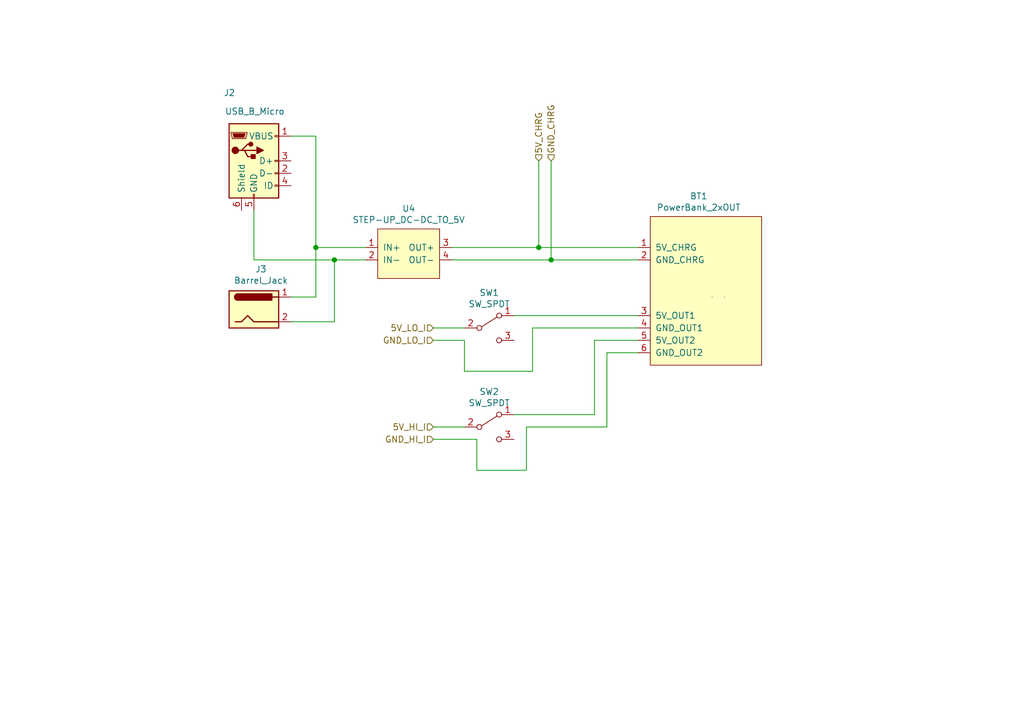
<source format=kicad_sch>
(kicad_sch (version 20211123) (generator eeschema)
  (paper "A5")
  (lib_symbols
    (symbol "Connector:Barrel_Jack" (pin_names (offset 1.016))
      (property "Reference" "J" (at 0 5.334 0))
      (property "Value" "Barrel_Jack" (at 0 -5.08 0))
      (symbol "Barrel_Jack_0_1"
        (rectangle (start -5.08 3.81) (end 5.08 -3.81) (stroke (width 0.254)) (fill (type background)))
        (arc (start -3.302 3.175) (mid -3.937 2.54) (end -3.302 1.905) (stroke (width 0.254)))
        (arc (start -3.302 3.175) (mid -3.937 2.54) (end -3.302 1.905) (stroke (width 0.254)) (fill (type outline)))
        (polyline (pts (xy 5.08 2.54) (xy 3.81 2.54)) (stroke (width 0.254)))
        (polyline (pts (xy -3.81 -2.54) (xy -2.54 -2.54) (xy -1.27 -1.27) (xy 0 -2.54) (xy 2.54 -2.54) (xy 5.08 -2.54)) (stroke (width 0.254)))
        (rectangle (start 3.683 3.175) (end -3.302 1.905) (stroke (width 0.254)) (fill (type outline)))
      )
      (symbol "Barrel_Jack_1_1"
        (pin passive line (at 7.62 2.54 180) (length 2.54) (name "~") (number "1"))
        (pin passive line (at 7.62 -2.54 180) (length 2.54) (name "~") (number "2"))
      )
    )
    (symbol "Connector:USB_B_Micro" (pin_names (offset 1.016))
      (property "Reference" "J" (at -5.08 11.43 0))
      (property "Value" "USB_B_Micro" (at -5.08 8.89 0))
      (symbol "USB_B_Micro_0_1"
        (rectangle (start -5.08 -7.62) (end 5.08 7.62) (stroke (width 0.254)) (fill (type background)))
        (circle (center -3.81 2.159) (radius 0.635) (stroke (width 0.254)) (fill (type outline)))
        (circle (center -0.635 3.429) (radius 0.381) (stroke (width 0.254)) (fill (type outline)))
        (rectangle (start -0.127 -7.62) (end 0.127 -6.858))
        (polyline (pts (xy -1.905 2.159) (xy 0.635 2.159)) (stroke (width 0.254)))
        (polyline (pts (xy -3.175 2.159) (xy -2.54 2.159) (xy -1.27 3.429) (xy -0.635 3.429)) (stroke (width 0.254)))
        (polyline (pts (xy -2.54 2.159) (xy -1.905 2.159) (xy -1.27 0.889) (xy 0 0.889)) (stroke (width 0.254)))
        (polyline (pts (xy 0.635 2.794) (xy 0.635 1.524) (xy 1.905 2.159) (xy 0.635 2.794)) (stroke (width 0.254)) (fill (type outline)))
        (polyline (pts (xy -4.318 5.588) (xy -1.778 5.588) (xy -2.032 4.826) (xy -4.064 4.826) (xy -4.318 5.588)) (fill (type outline)))
        (polyline (pts (xy -4.699 5.842) (xy -4.699 5.588) (xy -4.445 4.826) (xy -4.445 4.572) (xy -1.651 4.572) (xy -1.651 4.826) (xy -1.397 5.588) (xy -1.397 5.842) (xy -4.699 5.842)))
        (rectangle (start 0.254 1.27) (end -0.508 0.508) (stroke (width 0.254)) (fill (type outline)))
        (rectangle (start 5.08 -5.207) (end 4.318 -4.953))
        (rectangle (start 5.08 -2.667) (end 4.318 -2.413))
        (rectangle (start 5.08 -0.127) (end 4.318 0.127))
        (rectangle (start 5.08 4.953) (end 4.318 5.207))
      )
      (symbol "USB_B_Micro_1_1"
        (pin power_out line (at 7.62 5.08 180) (length 2.54) (name "VBUS") (number "1"))
        (pin bidirectional line (at 7.62 -2.54 180) (length 2.54) (name "D-") (number "2"))
        (pin bidirectional line (at 7.62 0 180) (length 2.54) (name "D+") (number "3"))
        (pin passive line (at 7.62 -5.08 180) (length 2.54) (name "ID") (number "4"))
        (pin power_out line (at 0 -10.16 90) (length 2.54) (name "GND") (number "5"))
        (pin passive line (at -2.54 -10.16 90) (length 2.54) (name "Shield") (number "6"))
      )
    )
    (symbol "Switch:SW_SPDT" (pin_names (offset 0) hide)
      (property "Reference" "SW" (at 0 4.318 0))
      (property "Value" "SW_SPDT" (at 0 -5.08 0))
      (symbol "SW_SPDT_0_0"
        (circle (center -2.032 0) (radius 0.508))
        (circle (center 2.032 -2.54) (radius 0.508))
      )
      (symbol "SW_SPDT_0_1"
        (polyline (pts (xy -1.524 0.254) (xy 1.651 2.286)))
        (circle (center 2.032 2.54) (radius 0.508))
      )
      (symbol "SW_SPDT_1_1"
        (pin passive line (at 5.08 2.54 180) (length 2.54) (name "A") (number "1"))
        (pin passive line (at -5.08 0 0) (length 2.54) (name "B") (number "2"))
        (pin passive line (at 5.08 -2.54 180) (length 2.54) (name "C") (number "3"))
      )
    )
    (symbol "zk_modules:GENERIC_DC-DC_MODULE" (pin_names (offset 1.016))
      (property "Reference" "U" (at -5.08 7.62 0))
      (property "Value" "GENERIC_DC-DC_MODULE" (at 5.08 -7.62 0))
      (symbol "GENERIC_DC-DC_MODULE_0_1"
        (rectangle (start -6.35 5.08) (end 6.35 -5.08) (fill (type background)))
      )
      (symbol "GENERIC_DC-DC_MODULE_1_1"
        (pin power_in line (at -8.89 1.27 0) (length 2.54) (name "IN+") (number "1"))
        (pin passive line (at -8.89 -1.27 0) (length 2.54) (name "IN-") (number "2"))
        (pin power_out line (at 8.89 1.27 180) (length 2.54) (name "OUT+") (number "3"))
        (pin input line (at 8.89 -1.27 180) (length 2.54) (name "OUT-") (number "4"))
      )
    )
    (symbol "zk_modules:PowerBank_2xOUT" (pin_names (offset 1.016))
      (property "Reference" "BT" (at -10.16 17.78 0))
      (property "Value" "PowerBank_2xOUT" (at 0 0 0))
      (symbol "PowerBank_2xOUT_0_1"
        (rectangle (start -11.43 15.24) (end 11.43 -15.24) (fill (type background)))
        (rectangle (start 1.27 -1.27) (end 1.27 -1.27))
        (rectangle (start 3.81 -1.27) (end 3.81 -1.27))
      )
      (symbol "PowerBank_2xOUT_1_1"
        (pin power_in line (at -13.97 8.89 0) (length 2.54) (name "5V_CHRG") (number "1"))
        (pin passive line (at -13.97 6.35 0) (length 2.54) (name "GND_CHRG") (number "2"))
        (pin power_out line (at -13.97 -5.08 0) (length 2.54) (name "5V_OUT1") (number "3"))
        (pin passive line (at -13.97 -7.62 0) (length 2.54) (name "GND_OUT1") (number "4"))
        (pin power_out line (at -13.97 -10.16 0) (length 2.54) (name "5V_OUT2") (number "5"))
        (pin passive line (at -13.97 -12.7 0) (length 2.54) (name "GND_OUT2") (number "6"))
      )
    )
  )
  (junction (at 68.58 53.34))
  (junction (at 110.49 50.8))
  (junction (at 113.03 53.34))
  (junction (at 64.77 50.8))
  (wire (pts (xy 110.49 50.8) (xy 130.81 50.8)))
  (wire (pts (xy 88.9 90.17) (xy 97.79 90.17)))
  (wire (pts (xy 92.71 50.8) (xy 110.49 50.8)))
  (wire (pts (xy 109.22 67.31) (xy 130.81 67.31)))
  (wire (pts (xy 92.71 53.34) (xy 113.03 53.34)))
  (wire (pts (xy 64.77 50.8) (xy 64.77 60.96)))
  (wire (pts (xy 121.92 85.09) (xy 105.41 85.09)))
  (wire (pts (xy 121.92 69.85) (xy 121.92 85.09)))
  (wire (pts (xy 52.07 43.18) (xy 52.07 53.34)))
  (wire (pts (xy 107.95 87.63) (xy 124.46 87.63)))
  (wire (pts (xy 52.07 53.34) (xy 68.58 53.34)))
  (wire (pts (xy 113.03 53.34) (xy 130.81 53.34)))
  (wire (pts (xy 130.81 69.85) (xy 121.92 69.85)))
  (wire (pts (xy 88.9 69.85) (xy 95.25 69.85)))
  (wire (pts (xy 64.77 60.96) (xy 59.69 60.96)))
  (wire (pts (xy 97.79 96.52) (xy 107.95 96.52)))
  (wire (pts (xy 74.93 50.8) (xy 64.77 50.8)))
  (wire (pts (xy 68.58 66.04) (xy 68.58 53.34)))
  (wire (pts (xy 95.25 69.85) (xy 95.25 76.2)))
  (wire (pts (xy 109.22 67.31) (xy 109.22 76.2)))
  (wire (pts (xy 130.81 72.39) (xy 124.46 72.39)))
  (wire (pts (xy 110.49 33.02) (xy 110.49 50.8)))
  (wire (pts (xy 68.58 53.34) (xy 74.93 53.34)))
  (wire (pts (xy 124.46 72.39) (xy 124.46 87.63)))
  (wire (pts (xy 113.03 33.02) (xy 113.03 53.34)))
  (wire (pts (xy 59.69 66.04) (xy 68.58 66.04)))
  (wire (pts (xy 95.25 76.2) (xy 109.22 76.2)))
  (wire (pts (xy 64.77 50.8) (xy 64.77 27.94)))
  (wire (pts (xy 107.95 96.52) (xy 107.95 87.63)))
  (wire (pts (xy 97.79 90.17) (xy 97.79 96.52)))
  (wire (pts (xy 64.77 27.94) (xy 59.69 27.94)))
  (wire (pts (xy 130.81 64.77) (xy 105.41 64.77)))
  (wire (pts (xy 95.25 67.31) (xy 88.9 67.31)))
  (wire (pts (xy 95.25 87.63) (xy 88.9 87.63)))
  (hierarchical_label "GND_CHRG" (shape input) (at 113.03 33.02 90))
  (hierarchical_label "GND_LO_I" (shape input) (at 88.9 69.85 180))
  (hierarchical_label "5V_LO_I" (shape input) (at 88.9 67.31 180))
  (hierarchical_label "GND_HI_I" (shape input) (at 88.9 90.17 180))
  (hierarchical_label "5V_CHRG" (shape input) (at 110.49 33.02 90))
  (hierarchical_label "5V_HI_I" (shape input) (at 88.9 87.63 180))
  (symbol (lib_id "zk_modules:GENERIC_DC-DC_MODULE") (at 83.82 52.07 0) (unit 1)
    (property "Reference" "U4" (at 83.82 42.799 0))
    (property "Value" "STEP-UP_DC-DC_TO_5V" (at 83.82 45.1104 0))
  )
  (symbol (lib_id "Switch:SW_SPDT") (at 100.33 87.63 0) (unit 1)
    (property "Reference" "SW2" (at 100.33 80.391 0))
    (property "Value" "SW_SPDT" (at 100.33 82.7024 0))
  )
  (symbol (lib_id "zk_modules:PowerBank_2xOUT") (at 144.78 59.69 0) (unit 1)
    (property "Reference" "BT1" (at 143.3068 40.259 0))
    (property "Value" "PowerBank_2xOUT" (at 143.3068 42.5704 0))
  )
  (symbol (lib_id "Connector:USB_B_Micro") (at 52.07 33.02 0) (unit 1)
    (property "Reference" "J2" (at 48.26 19.05 0) (effects (justify right)))
    (property "Value" "USB_B_Micro" (at 58.42 22.86 0) (effects (justify right)))
  )
  (symbol (lib_id "Connector:Barrel_Jack") (at 52.07 63.5 0) (unit 1)
    (property "Reference" "J3" (at 53.5178 55.245 0))
    (property "Value" "Barrel_Jack" (at 53.5178 57.5564 0))
  )
  (symbol (lib_id "Switch:SW_SPDT") (at 100.33 67.31 0) (unit 1)
    (property "Reference" "SW1" (at 100.33 60.071 0))
    (property "Value" "SW_SPDT" (at 100.33 62.3824 0))
  )
)
</source>
